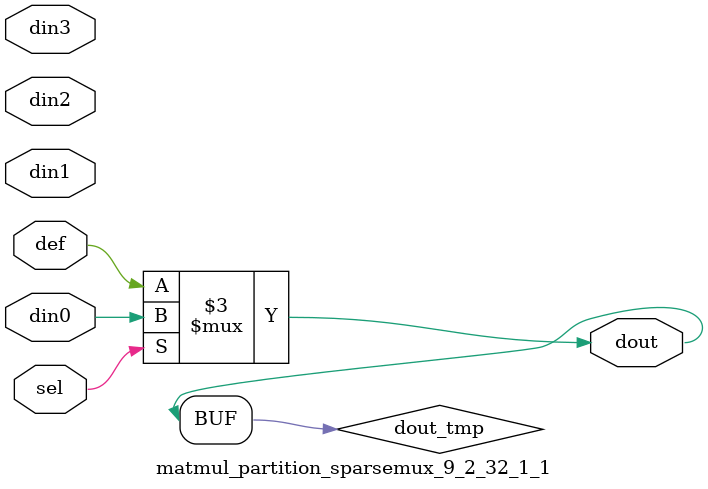
<source format=v>
`timescale 1ns / 1ps

module matmul_partition_sparsemux_9_2_32_1_1 (din0,din1,din2,din3,def,sel,dout);

parameter din0_WIDTH = 1;

parameter din1_WIDTH = 1;

parameter din2_WIDTH = 1;

parameter din3_WIDTH = 1;

parameter def_WIDTH = 1;
parameter sel_WIDTH = 1;
parameter dout_WIDTH = 1;

parameter [sel_WIDTH-1:0] CASE0 = 1;

parameter [sel_WIDTH-1:0] CASE1 = 1;

parameter [sel_WIDTH-1:0] CASE2 = 1;

parameter [sel_WIDTH-1:0] CASE3 = 1;

parameter ID = 1;
parameter NUM_STAGE = 1;



input [din0_WIDTH-1:0] din0;

input [din1_WIDTH-1:0] din1;

input [din2_WIDTH-1:0] din2;

input [din3_WIDTH-1:0] din3;

input [def_WIDTH-1:0] def;
input [sel_WIDTH-1:0] sel;

output [dout_WIDTH-1:0] dout;



reg [dout_WIDTH-1:0] dout_tmp;


always @ (*) begin
(* parallel_case *) case (sel)
    
    CASE0 : dout_tmp = din0;
    
    CASE1 : dout_tmp = din1;
    
    CASE2 : dout_tmp = din2;
    
    CASE3 : dout_tmp = din3;
    
    default : dout_tmp = def;
endcase
end


assign dout = dout_tmp;



endmodule

</source>
